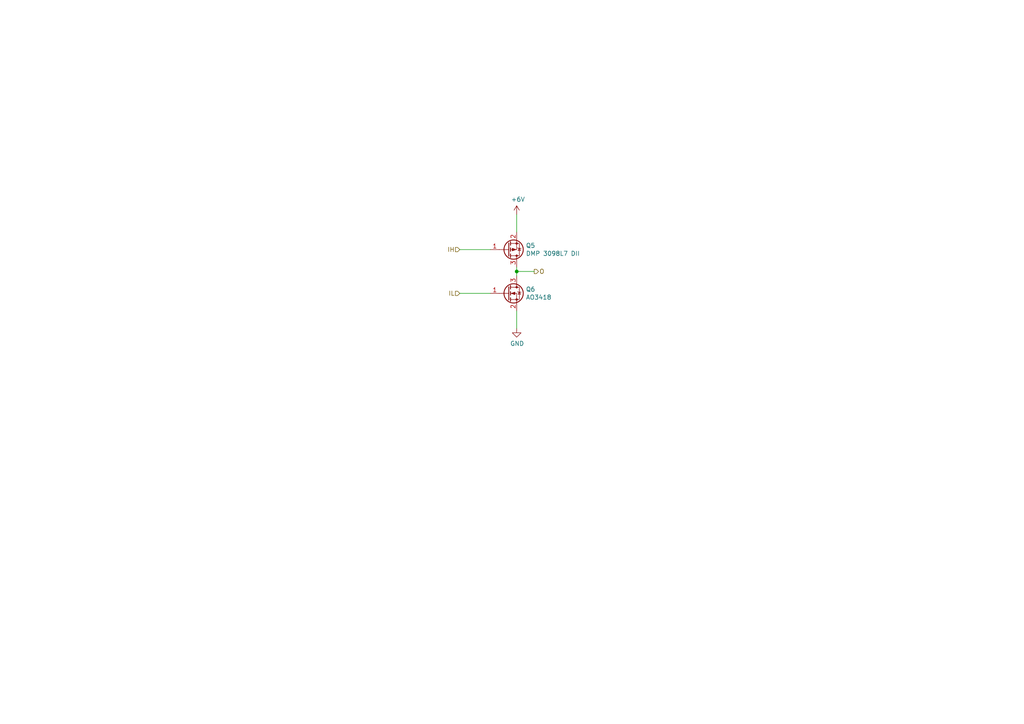
<source format=kicad_sch>
(kicad_sch (version 20211123) (generator eeschema)
  (paper "A4")
  (lib_symbols
    (symbol "Device:Q_NMOS_GSD" (pin_names (offset 0) hide)
      (property "Reference" "Q" (at 5.08 1.27 0))
      (property "Value" "Q_NMOS_GSD" (at 5.08 -1.27 0))
      (symbol "Q_NMOS_GSD_0_1"
        (polyline (pts (xy 0.254 0) (xy -2.54 0)))
        (polyline (pts (xy 0.254 1.905) (xy 0.254 -1.905)) (stroke (width 0.254)))
        (polyline (pts (xy 0.762 -1.27) (xy 0.762 -2.286)) (stroke (width 0.254)))
        (polyline (pts (xy 0.762 0.508) (xy 0.762 -0.508)) (stroke (width 0.254)))
        (polyline (pts (xy 0.762 2.286) (xy 0.762 1.27)) (stroke (width 0.254)))
        (polyline (pts (xy 2.54 2.54) (xy 2.54 1.778)))
        (polyline (pts (xy 2.54 -2.54) (xy 2.54 0) (xy 0.762 0)))
        (polyline (pts (xy 0.762 -1.778) (xy 3.302 -1.778) (xy 3.302 1.778) (xy 0.762 1.778)))
        (polyline (pts (xy 1.016 0) (xy 2.032 0.381) (xy 2.032 -0.381) (xy 1.016 0)) (fill (type outline)))
        (polyline (pts (xy 2.794 0.508) (xy 2.921 0.381) (xy 3.683 0.381) (xy 3.81 0.254)))
        (polyline (pts (xy 3.302 0.381) (xy 2.921 -0.254) (xy 3.683 -0.254) (xy 3.302 0.381)))
        (circle (center 1.651 0) (radius 2.794) (stroke (width 0.254)))
        (circle (center 2.54 -1.778) (radius 0.254) (fill (type outline)))
        (circle (center 2.54 1.778) (radius 0.254) (fill (type outline)))
      )
      (symbol "Q_NMOS_GSD_1_1"
        (pin input line (at -5.08 0 0) (length 2.54) (name "G") (number "1"))
        (pin passive line (at 2.54 -5.08 90) (length 2.54) (name "S") (number "2"))
        (pin passive line (at 2.54 5.08 270) (length 2.54) (name "D") (number "3"))
      )
    )
    (symbol "Device:Q_PMOS_GSD" (pin_names (offset 0) hide)
      (property "Reference" "Q" (at 5.08 1.27 0))
      (property "Value" "Q_PMOS_GSD" (at 5.08 -1.27 0))
      (symbol "Q_PMOS_GSD_0_1"
        (polyline (pts (xy 0.254 0) (xy -2.54 0)))
        (polyline (pts (xy 0.254 1.905) (xy 0.254 -1.905)) (stroke (width 0.254)))
        (polyline (pts (xy 0.762 -1.27) (xy 0.762 -2.286)) (stroke (width 0.254)))
        (polyline (pts (xy 0.762 0.508) (xy 0.762 -0.508)) (stroke (width 0.254)))
        (polyline (pts (xy 0.762 2.286) (xy 0.762 1.27)) (stroke (width 0.254)))
        (polyline (pts (xy 2.54 2.54) (xy 2.54 1.778)))
        (polyline (pts (xy 2.54 -2.54) (xy 2.54 0) (xy 0.762 0)))
        (polyline (pts (xy 0.762 1.778) (xy 3.302 1.778) (xy 3.302 -1.778) (xy 0.762 -1.778)))
        (polyline (pts (xy 2.286 0) (xy 1.27 0.381) (xy 1.27 -0.381) (xy 2.286 0)) (fill (type outline)))
        (polyline (pts (xy 2.794 -0.508) (xy 2.921 -0.381) (xy 3.683 -0.381) (xy 3.81 -0.254)))
        (polyline (pts (xy 3.302 -0.381) (xy 2.921 0.254) (xy 3.683 0.254) (xy 3.302 -0.381)))
        (circle (center 1.651 0) (radius 2.794) (stroke (width 0.254)))
        (circle (center 2.54 -1.778) (radius 0.254) (fill (type outline)))
        (circle (center 2.54 1.778) (radius 0.254) (fill (type outline)))
      )
      (symbol "Q_PMOS_GSD_1_1"
        (pin input line (at -5.08 0 0) (length 2.54) (name "G") (number "1"))
        (pin passive line (at 2.54 -5.08 90) (length 2.54) (name "S") (number "2"))
        (pin passive line (at 2.54 5.08 270) (length 2.54) (name "D") (number "3"))
      )
    )
    (symbol "power:+6V" (power) (pin_names (offset 0))
      (property "Value" "+6V" (at 0 3.556 0))
      (symbol "+6V_0_1"
        (polyline (pts (xy -0.762 1.27) (xy 0 2.54)))
        (polyline (pts (xy 0 0) (xy 0 2.54)))
        (polyline (pts (xy 0 2.54) (xy 0.762 1.27)))
      )
      (symbol "+6V_1_1"
        (pin power_in line (at 0 0 90) (length 0) hide (name "+6V") (number "1"))
      )
    )
    (symbol "power:GND" (power) (pin_names (offset 0))
      (property "Value" "GND" (at 0 -3.81 0))
      (symbol "GND_0_1"
        (polyline (pts (xy 0 0) (xy 0 -1.27) (xy 1.27 -1.27) (xy 0 -2.54) (xy -1.27 -1.27) (xy 0 -1.27)))
      )
      (symbol "GND_1_1"
        (pin power_in line (at 0 0 270) (length 0) hide (name "GND") (number "1"))
      )
    )
  )
  (junction (at 149.86 78.74))
  (wire (pts (xy 149.86 77.47) (xy 149.86 78.74)))
  (wire (pts (xy 149.86 90.17) (xy 149.86 95.25)))
  (wire (pts (xy 149.86 78.74) (xy 149.86 80.01)))
  (wire (pts (xy 133.35 85.09) (xy 142.24 85.09)))
  (wire (pts (xy 133.35 72.39) (xy 142.24 72.39)))
  (wire (pts (xy 149.86 62.23) (xy 149.86 67.31)))
  (wire (pts (xy 154.94 78.74) (xy 149.86 78.74)))
  (hierarchical_label "IL" (shape input) (at 133.35 85.09 180))
  (hierarchical_label "IH" (shape input) (at 133.35 72.39 180))
  (hierarchical_label "O" (shape output) (at 154.94 78.74 0))
  (symbol (lib_id "Device:Q_PMOS_GSD") (at 147.32 72.39 0) (mirror x) (unit 1)
    (property "Reference" "Q5" (at 152.5016 71.2216 0) (effects (justify left)))
    (property "Value" "DMP 3098L7 DII" (at 152.5016 73.533 0) (effects (justify left)))
    (property "Footprint" "Package_TO_SOT_SMD:SOT-23_Handsoldering" (effects hide))
  )
  (symbol (lib_id "power:+6V") (at 149.86 62.23 0) (unit 1)
    (property "Reference" "#PWR0138" (effects hide))
    (property "Value" "+6V" (at 150.241 57.8358 0))
  )
  (symbol (lib_id "Device:Q_NMOS_GSD") (at 147.32 85.09 0) (unit 1)
    (property "Reference" "Q6" (at 152.5016 83.9216 0) (effects (justify left)))
    (property "Value" "AO3418" (at 152.5016 86.233 0) (effects (justify left)))
    (property "Footprint" "Package_TO_SOT_SMD:SOT-23_Handsoldering" (effects hide))
  )
  (symbol (lib_id "power:GND") (at 149.86 95.25 0) (unit 1)
    (property "Reference" "#PWR0137" (effects hide))
    (property "Value" "GND" (at 149.987 99.6442 0))
  )
)
</source>
